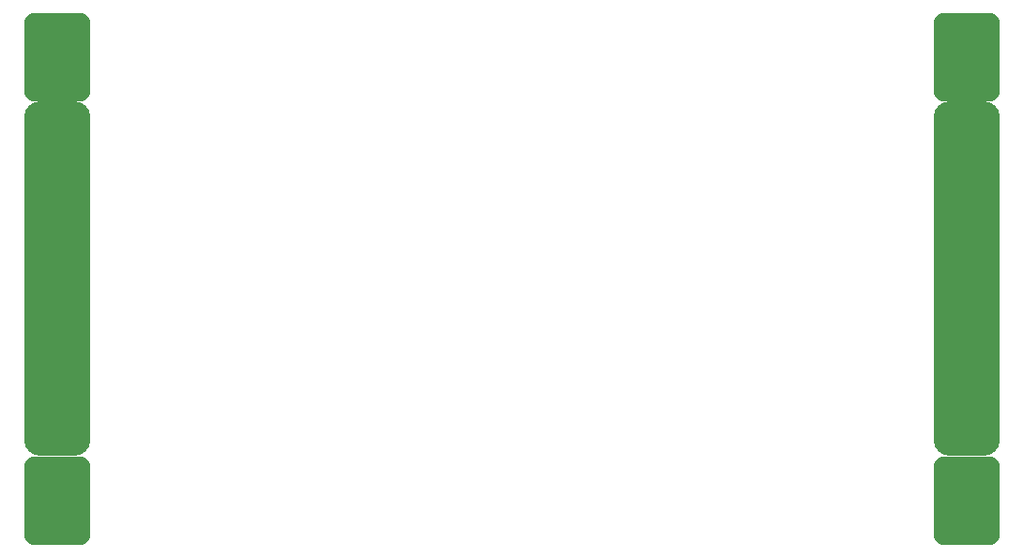
<source format=gtp>
%TF.GenerationSoftware,KiCad,Pcbnew,(6.0.8)*%
%TF.CreationDate,2023-05-12T01:14:41+02:00*%
%TF.ProjectId,SMDBattHolder,534d4442-6174-4744-986f-6c6465722e6b,rev?*%
%TF.SameCoordinates,Original*%
%TF.FileFunction,Paste,Top*%
%TF.FilePolarity,Positive*%
%FSLAX46Y46*%
G04 Gerber Fmt 4.6, Leading zero omitted, Abs format (unit mm)*
G04 Created by KiCad (PCBNEW (6.0.8)) date 2023-05-12 01:14:41*
%MOMM*%
%LPD*%
G01*
G04 APERTURE LIST*
G04 Aperture macros list*
%AMRoundRect*
0 Rectangle with rounded corners*
0 $1 Rounding radius*
0 $2 $3 $4 $5 $6 $7 $8 $9 X,Y pos of 4 corners*
0 Add a 4 corners polygon primitive as box body*
4,1,4,$2,$3,$4,$5,$6,$7,$8,$9,$2,$3,0*
0 Add four circle primitives for the rounded corners*
1,1,$1+$1,$2,$3*
1,1,$1+$1,$4,$5*
1,1,$1+$1,$6,$7*
1,1,$1+$1,$8,$9*
0 Add four rect primitives between the rounded corners*
20,1,$1+$1,$2,$3,$4,$5,0*
20,1,$1+$1,$4,$5,$6,$7,0*
20,1,$1+$1,$6,$7,$8,$9,0*
20,1,$1+$1,$8,$9,$2,$3,0*%
G04 Aperture macros list end*
%ADD10RoundRect,1.000000X-2.000000X-3.000000X2.000000X-3.000000X2.000000X3.000000X-2.000000X3.000000X0*%
%ADD11RoundRect,1.500000X1.500000X-14.500000X1.500000X14.500000X-1.500000X14.500000X-1.500000X-14.500000X0*%
G04 APERTURE END LIST*
D10*
X294000000Y-155000000D03*
X376000000Y-155000000D03*
X294000000Y-115000000D03*
X376000000Y-115000000D03*
D11*
X294000000Y-135000000D03*
X376000000Y-135000000D03*
M02*

</source>
